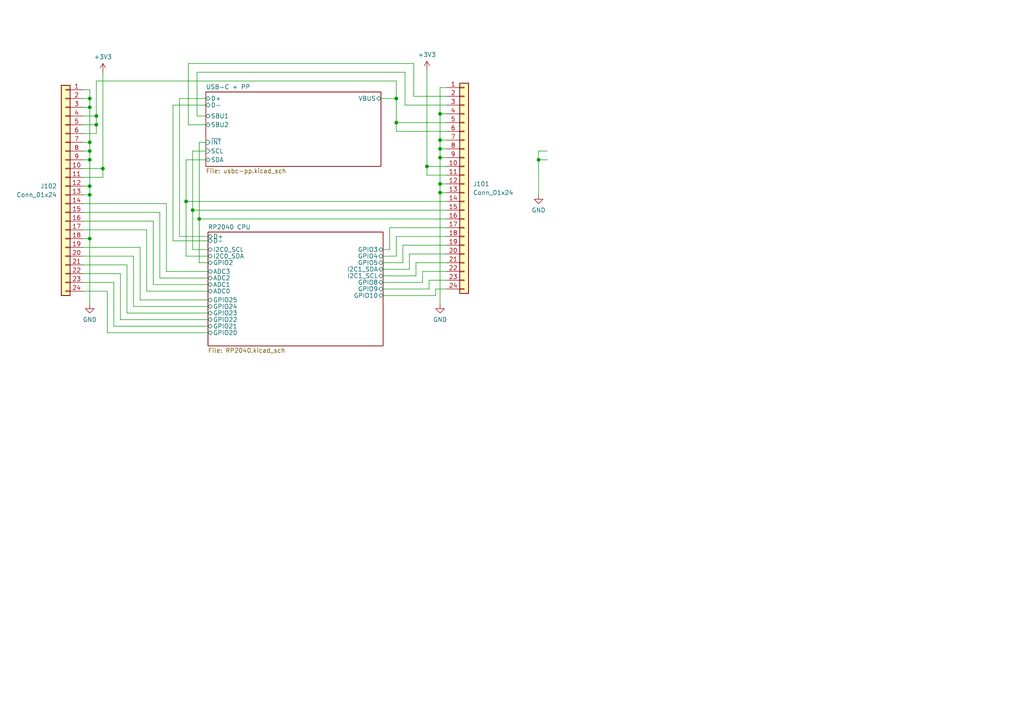
<source format=kicad_sch>
(kicad_sch (version 20230121) (generator eeschema)
  (paper "A4")
  (lib_symbols
    (symbol "Connector_Generic:Conn_01x24" (pin_names (offset 1.016) hide)
      (property "Reference" "J" (at 0 30.48 0))
      (property "Value" "Conn_01x24" (at 0 -33.02 0))
      (symbol "Conn_01x24_1_1"
        (rectangle (start -1.27 -30.353) (end 0 -30.607) (stroke (width 0.1524)))
        (rectangle (start -1.27 -27.813) (end 0 -28.067) (stroke (width 0.1524)))
        (rectangle (start -1.27 -25.273) (end 0 -25.527) (stroke (width 0.1524)))
        (rectangle (start -1.27 -22.733) (end 0 -22.987) (stroke (width 0.1524)))
        (rectangle (start -1.27 -20.193) (end 0 -20.447) (stroke (width 0.1524)))
        (rectangle (start -1.27 -17.653) (end 0 -17.907) (stroke (width 0.1524)))
        (rectangle (start -1.27 -15.113) (end 0 -15.367) (stroke (width 0.1524)))
        (rectangle (start -1.27 -12.573) (end 0 -12.827) (stroke (width 0.1524)))
        (rectangle (start -1.27 -10.033) (end 0 -10.287) (stroke (width 0.1524)))
        (rectangle (start -1.27 -7.493) (end 0 -7.747) (stroke (width 0.1524)))
        (rectangle (start -1.27 -4.953) (end 0 -5.207) (stroke (width 0.1524)))
        (rectangle (start -1.27 -2.413) (end 0 -2.667) (stroke (width 0.1524)))
        (rectangle (start -1.27 0.127) (end 0 -0.127) (stroke (width 0.1524)))
        (rectangle (start -1.27 2.667) (end 0 2.413) (stroke (width 0.1524)))
        (rectangle (start -1.27 5.207) (end 0 4.953) (stroke (width 0.1524)))
        (rectangle (start -1.27 7.747) (end 0 7.493) (stroke (width 0.1524)))
        (rectangle (start -1.27 10.287) (end 0 10.033) (stroke (width 0.1524)))
        (rectangle (start -1.27 12.827) (end 0 12.573) (stroke (width 0.1524)))
        (rectangle (start -1.27 15.367) (end 0 15.113) (stroke (width 0.1524)))
        (rectangle (start -1.27 17.907) (end 0 17.653) (stroke (width 0.1524)))
        (rectangle (start -1.27 20.447) (end 0 20.193) (stroke (width 0.1524)))
        (rectangle (start -1.27 22.987) (end 0 22.733) (stroke (width 0.1524)))
        (rectangle (start -1.27 25.527) (end 0 25.273) (stroke (width 0.1524)))
        (rectangle (start -1.27 28.067) (end 0 27.813) (stroke (width 0.1524)))
        (rectangle (start -1.27 29.21) (end 1.27 -31.75) (stroke (width 0.254)) (fill (type background)))
        (pin passive line (at -5.08 27.94 0) (length 3.81) (name "Pin_1") (number "1"))
        (pin passive line (at -5.08 5.08 0) (length 3.81) (name "Pin_10") (number "10"))
        (pin passive line (at -5.08 2.54 0) (length 3.81) (name "Pin_11") (number "11"))
        (pin passive line (at -5.08 0 0) (length 3.81) (name "Pin_12") (number "12"))
        (pin passive line (at -5.08 -2.54 0) (length 3.81) (name "Pin_13") (number "13"))
        (pin passive line (at -5.08 -5.08 0) (length 3.81) (name "Pin_14") (number "14"))
        (pin passive line (at -5.08 -7.62 0) (length 3.81) (name "Pin_15") (number "15"))
        (pin passive line (at -5.08 -10.16 0) (length 3.81) (name "Pin_16") (number "16"))
        (pin passive line (at -5.08 -12.7 0) (length 3.81) (name "Pin_17") (number "17"))
        (pin passive line (at -5.08 -15.24 0) (length 3.81) (name "Pin_18") (number "18"))
        (pin passive line (at -5.08 -17.78 0) (length 3.81) (name "Pin_19") (number "19"))
        (pin passive line (at -5.08 25.4 0) (length 3.81) (name "Pin_2") (number "2"))
        (pin passive line (at -5.08 -20.32 0) (length 3.81) (name "Pin_20") (number "20"))
        (pin passive line (at -5.08 -22.86 0) (length 3.81) (name "Pin_21") (number "21"))
        (pin passive line (at -5.08 -25.4 0) (length 3.81) (name "Pin_22") (number "22"))
        (pin passive line (at -5.08 -27.94 0) (length 3.81) (name "Pin_23") (number "23"))
        (pin passive line (at -5.08 -30.48 0) (length 3.81) (name "Pin_24") (number "24"))
        (pin passive line (at -5.08 22.86 0) (length 3.81) (name "Pin_3") (number "3"))
        (pin passive line (at -5.08 20.32 0) (length 3.81) (name "Pin_4") (number "4"))
        (pin passive line (at -5.08 17.78 0) (length 3.81) (name "Pin_5") (number "5"))
        (pin passive line (at -5.08 15.24 0) (length 3.81) (name "Pin_6") (number "6"))
        (pin passive line (at -5.08 12.7 0) (length 3.81) (name "Pin_7") (number "7"))
        (pin passive line (at -5.08 10.16 0) (length 3.81) (name "Pin_8") (number "8"))
        (pin passive line (at -5.08 7.62 0) (length 3.81) (name "Pin_9") (number "9"))
      )
    )
    (symbol "power:+3V3" (power) (pin_names (offset 0))
      (property "Value" "+3V3" (at 0 3.556 0))
      (symbol "+3V3_0_1"
        (polyline (pts (xy -0.762 1.27) (xy 0 2.54)))
        (polyline (pts (xy 0 0) (xy 0 2.54)))
        (polyline (pts (xy 0 2.54) (xy 0.762 1.27)))
      )
      (symbol "+3V3_1_1"
        (pin power_in line (at 0 0 90) (length 0) hide (name "+3V3") (number "1"))
      )
    )
    (symbol "power:GND" (power) (pin_names (offset 0))
      (property "Value" "GND" (at 0 -3.81 0))
      (symbol "GND_0_1"
        (polyline (pts (xy 0 0) (xy 0 -1.27) (xy 1.27 -1.27) (xy 0 -2.54) (xy -1.27 -1.27) (xy 0 -1.27)))
      )
      (symbol "GND_1_1"
        (pin power_in line (at 0 0 270) (length 0) hide (name "GND") (number "1"))
      )
    )
  )
  (junction (at 156.21 46.355))
  (junction (at 127.635 43.18))
  (junction (at 27.94 33.655))
  (junction (at 127.635 55.88))
  (junction (at 26.035 41.275))
  (junction (at 55.88 60.96))
  (junction (at 127.635 33.02))
  (junction (at 123.825 48.26))
  (junction (at 26.035 69.215))
  (junction (at 29.845 48.895))
  (junction (at 127.635 45.72))
  (junction (at 114.935 35.56))
  (junction (at 127.635 40.64))
  (junction (at 27.94 36.195))
  (junction (at 26.035 31.115))
  (junction (at 26.035 46.355))
  (junction (at 26.035 56.515))
  (junction (at 26.035 28.575))
  (junction (at 26.035 43.815))
  (junction (at 127.635 53.34))
  (junction (at 26.035 53.975))
  (junction (at 114.935 28.575))
  (junction (at 53.975 58.42))
  (junction (at 57.785 63.5))
  (wire (pts (xy 117.475 20.955) (xy 57.15 20.955)))
  (wire (pts (xy 24.13 69.215) (xy 26.035 69.215)))
  (wire (pts (xy 34.925 79.375) (xy 24.13 79.375)))
  (wire (pts (xy 129.54 71.12) (xy 116.84 71.12)))
  (wire (pts (xy 60.325 92.71) (xy 34.925 92.71)))
  (wire (pts (xy 40.64 86.995) (xy 60.325 86.995)))
  (wire (pts (xy 57.785 41.275) (xy 57.785 63.5)))
  (wire (pts (xy 127.635 53.34) (xy 127.635 55.88)))
  (wire (pts (xy 53.975 74.295) (xy 60.325 74.295)))
  (wire (pts (xy 120.015 27.94) (xy 120.015 18.415)))
  (wire (pts (xy 24.13 46.355) (xy 26.035 46.355)))
  (wire (pts (xy 114.935 38.1) (xy 114.935 35.56)))
  (wire (pts (xy 156.21 46.355) (xy 156.21 56.515)))
  (wire (pts (xy 26.035 31.115) (xy 26.035 41.275)))
  (wire (pts (xy 46.355 80.645) (xy 46.355 61.595)))
  (wire (pts (xy 26.035 69.215) (xy 26.035 88.265)))
  (wire (pts (xy 24.13 31.115) (xy 26.035 31.115)))
  (wire (pts (xy 36.83 90.805) (xy 60.325 90.805)))
  (wire (pts (xy 120.65 76.2) (xy 129.54 76.2)))
  (wire (pts (xy 26.035 56.515) (xy 26.035 69.215)))
  (wire (pts (xy 60.325 84.455) (xy 42.545 84.455)))
  (wire (pts (xy 117.475 30.48) (xy 117.475 20.955)))
  (wire (pts (xy 36.83 76.835) (xy 36.83 90.805)))
  (wire (pts (xy 57.15 20.955) (xy 57.15 33.655)))
  (wire (pts (xy 24.13 33.655) (xy 27.94 33.655)))
  (wire (pts (xy 24.13 81.915) (xy 33.02 81.915)))
  (wire (pts (xy 114.935 23.495) (xy 27.94 23.495)))
  (wire (pts (xy 24.13 48.895) (xy 29.845 48.895)))
  (wire (pts (xy 24.13 76.835) (xy 36.83 76.835)))
  (wire (pts (xy 24.13 59.055) (xy 48.26 59.055)))
  (wire (pts (xy 33.02 94.615) (xy 60.325 94.615)))
  (wire (pts (xy 123.825 50.8) (xy 129.54 50.8)))
  (wire (pts (xy 34.925 92.71) (xy 34.925 79.375)))
  (wire (pts (xy 24.13 51.435) (xy 29.845 51.435)))
  (wire (pts (xy 127.635 33.02) (xy 127.635 40.64)))
  (wire (pts (xy 24.13 36.195) (xy 27.94 36.195)))
  (wire (pts (xy 116.84 71.12) (xy 116.84 76.2)))
  (wire (pts (xy 38.735 74.295) (xy 24.13 74.295)))
  (wire (pts (xy 126.365 85.725) (xy 111.125 85.725)))
  (wire (pts (xy 114.935 38.1) (xy 129.54 38.1)))
  (wire (pts (xy 50.165 30.48) (xy 59.69 30.48)))
  (wire (pts (xy 124.46 83.82) (xy 124.46 81.28)))
  (wire (pts (xy 129.54 25.4) (xy 127.635 25.4)))
  (wire (pts (xy 127.635 40.64) (xy 129.54 40.64)))
  (wire (pts (xy 33.02 81.915) (xy 33.02 94.615)))
  (wire (pts (xy 24.13 28.575) (xy 26.035 28.575)))
  (wire (pts (xy 127.635 53.34) (xy 129.54 53.34)))
  (wire (pts (xy 111.125 80.01) (xy 120.65 80.01)))
  (wire (pts (xy 59.69 41.275) (xy 57.785 41.275)))
  (wire (pts (xy 24.13 26.035) (xy 26.035 26.035)))
  (wire (pts (xy 127.635 25.4) (xy 127.635 33.02)))
  (wire (pts (xy 52.07 68.58) (xy 60.325 68.58)))
  (wire (pts (xy 26.035 53.975) (xy 26.035 56.515)))
  (wire (pts (xy 127.635 45.72) (xy 127.635 53.34)))
  (wire (pts (xy 129.54 45.72) (xy 127.635 45.72)))
  (wire (pts (xy 129.54 73.66) (xy 118.745 73.66)))
  (wire (pts (xy 114.935 35.56) (xy 114.935 28.575)))
  (wire (pts (xy 26.035 43.815) (xy 26.035 46.355)))
  (wire (pts (xy 59.69 46.355) (xy 53.975 46.355)))
  (wire (pts (xy 27.94 23.495) (xy 27.94 33.655)))
  (wire (pts (xy 29.845 48.895) (xy 29.845 20.955)))
  (wire (pts (xy 57.785 63.5) (xy 57.785 76.2)))
  (wire (pts (xy 113.03 72.39) (xy 111.125 72.39)))
  (wire (pts (xy 29.845 51.435) (xy 29.845 48.895)))
  (wire (pts (xy 55.88 60.96) (xy 55.88 43.815)))
  (wire (pts (xy 54.61 18.415) (xy 54.61 36.195)))
  (wire (pts (xy 127.635 55.88) (xy 127.635 88.265)))
  (wire (pts (xy 31.115 96.52) (xy 60.325 96.52)))
  (wire (pts (xy 111.125 78.105) (xy 118.745 78.105)))
  (wire (pts (xy 54.61 36.195) (xy 59.69 36.195)))
  (wire (pts (xy 122.555 81.915) (xy 122.555 78.74)))
  (wire (pts (xy 120.65 80.01) (xy 120.65 76.2)))
  (wire (pts (xy 116.84 76.2) (xy 111.125 76.2)))
  (wire (pts (xy 26.035 26.035) (xy 26.035 28.575)))
  (wire (pts (xy 26.035 46.355) (xy 26.035 53.975)))
  (wire (pts (xy 53.975 58.42) (xy 129.54 58.42)))
  (wire (pts (xy 24.13 43.815) (xy 26.035 43.815)))
  (wire (pts (xy 38.735 88.9) (xy 38.735 74.295)))
  (wire (pts (xy 27.94 36.195) (xy 27.94 38.735)))
  (wire (pts (xy 50.165 69.85) (xy 50.165 30.48)))
  (wire (pts (xy 156.21 46.355) (xy 156.21 43.815)))
  (wire (pts (xy 123.825 48.26) (xy 123.825 20.32)))
  (wire (pts (xy 60.325 72.39) (xy 55.88 72.39)))
  (wire (pts (xy 60.325 88.9) (xy 38.735 88.9)))
  (wire (pts (xy 26.035 41.275) (xy 26.035 43.815)))
  (wire (pts (xy 48.26 59.055) (xy 48.26 78.74)))
  (wire (pts (xy 55.88 72.39) (xy 55.88 60.96)))
  (wire (pts (xy 127.635 43.18) (xy 127.635 45.72)))
  (wire (pts (xy 26.035 28.575) (xy 26.035 31.115)))
  (wire (pts (xy 53.975 58.42) (xy 53.975 74.295)))
  (wire (pts (xy 44.45 64.135) (xy 44.45 82.55)))
  (wire (pts (xy 129.54 66.04) (xy 113.03 66.04)))
  (wire (pts (xy 42.545 66.675) (xy 42.545 84.455)))
  (wire (pts (xy 126.365 83.82) (xy 126.365 85.725)))
  (wire (pts (xy 127.635 40.64) (xy 127.635 43.18)))
  (wire (pts (xy 129.54 30.48) (xy 117.475 30.48)))
  (wire (pts (xy 114.935 68.58) (xy 114.935 74.295)))
  (wire (pts (xy 57.15 33.655) (xy 59.69 33.655)))
  (wire (pts (xy 44.45 82.55) (xy 60.325 82.55)))
  (wire (pts (xy 123.825 50.8) (xy 123.825 48.26)))
  (wire (pts (xy 55.88 60.96) (xy 129.54 60.96)))
  (wire (pts (xy 111.125 83.82) (xy 124.46 83.82)))
  (wire (pts (xy 31.115 84.455) (xy 31.115 96.52)))
  (wire (pts (xy 57.785 76.2) (xy 60.325 76.2)))
  (wire (pts (xy 55.88 43.815) (xy 59.69 43.815)))
  (wire (pts (xy 24.13 41.275) (xy 26.035 41.275)))
  (wire (pts (xy 27.94 33.655) (xy 27.94 36.195)))
  (wire (pts (xy 113.03 66.04) (xy 113.03 72.39)))
  (wire (pts (xy 48.26 78.74) (xy 60.325 78.74)))
  (wire (pts (xy 114.935 35.56) (xy 129.54 35.56)))
  (wire (pts (xy 24.13 38.735) (xy 27.94 38.735)))
  (wire (pts (xy 123.825 48.26) (xy 129.54 48.26)))
  (wire (pts (xy 24.13 64.135) (xy 44.45 64.135)))
  (wire (pts (xy 24.13 84.455) (xy 31.115 84.455)))
  (wire (pts (xy 129.54 33.02) (xy 127.635 33.02)))
  (wire (pts (xy 127.635 55.88) (xy 129.54 55.88)))
  (wire (pts (xy 24.13 56.515) (xy 26.035 56.515)))
  (wire (pts (xy 129.54 27.94) (xy 120.015 27.94)))
  (wire (pts (xy 52.07 28.575) (xy 52.07 68.58)))
  (wire (pts (xy 60.325 80.645) (xy 46.355 80.645)))
  (wire (pts (xy 42.545 66.675) (xy 24.13 66.675)))
  (wire (pts (xy 60.325 69.85) (xy 50.165 69.85)))
  (wire (pts (xy 118.745 73.66) (xy 118.745 78.105)))
  (wire (pts (xy 53.975 46.355) (xy 53.975 58.42)))
  (wire (pts (xy 24.13 53.975) (xy 26.035 53.975)))
  (wire (pts (xy 156.21 43.815) (xy 158.75 43.815)))
  (wire (pts (xy 122.555 78.74) (xy 129.54 78.74)))
  (wire (pts (xy 59.69 28.575) (xy 52.07 28.575)))
  (wire (pts (xy 114.935 28.575) (xy 114.935 23.495)))
  (wire (pts (xy 110.49 28.575) (xy 114.935 28.575)))
  (wire (pts (xy 111.125 81.915) (xy 122.555 81.915)))
  (wire (pts (xy 129.54 43.18) (xy 127.635 43.18)))
  (wire (pts (xy 114.935 74.295) (xy 111.125 74.295)))
  (wire (pts (xy 124.46 81.28) (xy 129.54 81.28)))
  (wire (pts (xy 129.54 68.58) (xy 114.935 68.58)))
  (wire (pts (xy 57.785 63.5) (xy 129.54 63.5)))
  (wire (pts (xy 156.21 46.355) (xy 158.75 46.355)))
  (wire (pts (xy 24.13 71.755) (xy 40.64 71.755)))
  (wire (pts (xy 46.355 61.595) (xy 24.13 61.595)))
  (wire (pts (xy 129.54 83.82) (xy 126.365 83.82)))
  (wire (pts (xy 40.64 71.755) (xy 40.64 86.995)))
  (wire (pts (xy 120.015 18.415) (xy 54.61 18.415)))
  (symbol (lib_id "power:GND") (at 127.635 88.265 0) (mirror y) (unit 1)
    (property "Reference" "#PWR014" (effects hide))
    (property "Value" "GND" (at 127.635 92.71 0))
  )
  (symbol (lib_id "power:+3V3") (at 29.845 20.955 0) (unit 1)
    (property "Reference" "#PWR011" (effects hide))
    (property "Value" "+3V3" (at 29.845 16.51 0))
  )
  (symbol (lib_id "Connector_Generic:Conn_01x24") (at 134.62 53.34 0) (unit 1)
    (property "Reference" "J101" (at 137.16 53.34 0) (effects (justify left)))
    (property "Value" "Conn_01x24" (at 137.16 55.88 0) (effects (justify left)))
    (property "Footprint" "Connector_PinHeader_2.54mm:PinHeader_1x24_P2.54mm_Vertical" (effects hide))
  )
  (symbol (lib_id "power:GND") (at 156.21 56.515 0) (unit 1)
    (property "Reference" "#PWR012" (effects hide))
    (property "Value" "GND" (at 156.21 60.96 0))
  )
  (symbol (lib_id "Connector_Generic:Conn_01x24") (at 19.05 53.975 0) (mirror y) (unit 1)
    (property "Reference" "J102" (at 16.51 53.975 0) (effects (justify left)))
    (property "Value" "Conn_01x24" (at 16.51 56.515 0) (effects (justify left)))
    (property "Footprint" "Connector_PinHeader_2.54mm:PinHeader_1x24_P2.54mm_Vertical" (effects hide))
  )
  (symbol (lib_id "power:GND") (at 26.035 88.265 0) (unit 1)
    (property "Reference" "#PWR010" (effects hide))
    (property "Value" "GND" (at 26.035 92.71 0))
  )
  (symbol (lib_id "power:+3V3") (at 123.825 20.32 0) (mirror y) (unit 1)
    (property "Reference" "#PWR013" (effects hide))
    (property "Value" "+3V3" (at 123.825 15.875 0))
  )
  (sheet (at 59.69 26.67) (size 50.8 21.59) (stroke (width 0.1524))
    (property "Sheetname" "USB-C + PP" (at 59.69 25.9584 0) (effects (justify left bottom)))
    (property "Sheetfile" "usbc-pp.kicad_sch" (at 59.69 48.8446 0) (effects (justify left top)))
    (pin "VBUS" bidirectional (at 110.49 28.575 0))
    (pin "D-" bidirectional (at 59.69 30.48 180))
    (pin "D+" bidirectional (at 59.69 28.575 180))
    (pin "SBU1" bidirectional (at 59.69 33.655 180))
    (pin "SBU2" bidirectional (at 59.69 36.195 180))
    (pin "SDA" bidirectional (at 59.69 46.355 180))
    (pin "SCL" input (at 59.69 43.815 180))
    (pin "~{INT}" input (at 59.69 41.275 180))
  )
  (sheet (at 60.325 67.31) (size 50.8 33.02) (stroke (width 0.1524))
    (property "Sheetname" "RP2040 CPU" (at 60.325 66.5984 0) (effects (justify left bottom)))
    (property "Sheetfile" "RP2040.kicad_sch" (at 60.325 100.9146 0) (effects (justify left top)))
    (pin "I2C1_SDA" bidirectional (at 111.125 78.105 0))
    (pin "I2C0_SDA" bidirectional (at 60.325 74.295 180))
    (pin "I2C1_SCL" bidirectional (at 111.125 80.01 0))
    (pin "I2C0_SCL" bidirectional (at 60.325 72.39 180))
    (pin "ADC3" bidirectional (at 60.325 78.74 180))
    (pin "ADC2" bidirectional (at 60.325 80.645 180))
    (pin "ADC1" bidirectional (at 60.325 82.55 180))
    (pin "GPIO24" bidirectional (at 60.325 88.9 180))
    (pin "GPIO22" bidirectional (at 60.325 92.71 180))
    (pin "ADC0" bidirectional (at 60.325 84.455 180))
    (pin "GPIO23" bidirectional (at 60.325 90.805 180))
    (pin "GPIO25" bidirectional (at 60.325 86.995 180))
    (pin "D-" bidirectional (at 60.325 69.85 180))
    (pin "D+" bidirectional (at 60.325 68.58 180))
    (pin "GPIO2" bidirectional (at 60.325 76.2 180))
    (pin "GPIO5" bidirectional (at 111.125 76.2 0))
    (pin "GPIO3" bidirectional (at 111.125 72.39 0))
    (pin "GPIO4" bidirectional (at 111.125 74.295 0))
    (pin "GPIO20" bidirectional (at 60.325 96.52 180))
    (pin "GPIO21" bidirectional (at 60.325 94.615 180))
    (pin "GPIO8" bidirectional (at 111.125 81.915 0))
    (pin "GPIO9" bidirectional (at 111.125 83.82 0))
    (pin "GPIO10" bidirectional (at 111.125 85.725 0))
  )
)
</source>
